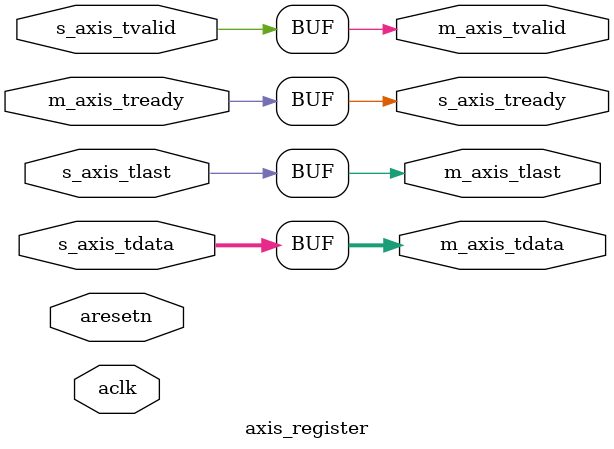
<source format=sv>
`timescale 1ps/1ps
module axis_register #(
    parameter AXIS_TDATA_WIDTH = 8,
    parameter REG_TYPE = 0
) (
    input                                  aclk,
    input                                  aresetn,

    input  [AXIS_TDATA_WIDTH-1:0]          s_axis_tdata,
    input                                  s_axis_tvalid,
    input                                  s_axis_tlast,
    output                                 s_axis_tready,

    output [AXIS_TDATA_WIDTH-1:0]          m_axis_tdata,
    output                                 m_axis_tvalid,
    output                                 m_axis_tlast,
    input                                  m_axis_tready
);
generate
if (REG_TYPE == 0) begin
    assign s_axis_tready = m_axis_tready;
    assign m_axis_tdata = s_axis_tdata;
    assign m_axis_tvalid = s_axis_tvalid;
    assign m_axis_tlast = s_axis_tlast;
end else if (REG_TYPE==1) begin
    // simple register, inserts bubble cycles

    // datapath registers
    reg                  s_axis_tready_reg = 1'b0;

    reg [AXIS_TDATA_WIDTH-1:0] m_axis_tdata_reg   = {AXIS_TDATA_WIDTH{1'b0}};
    reg                        m_axis_tvalid_reg  = 1'b0;
    reg                        m_axis_tvalid_next = 1'b0;
    reg                        m_axis_tlast_reg   = 1'b0;

    // datapath control
    reg store_axis_input_to_output;

    assign s_axis_tready = s_axis_tready_reg;

    assign m_axis_tdata  = m_axis_tdata_reg;
    assign m_axis_tvalid = m_axis_tvalid_reg;
    assign m_axis_tlast  = m_axis_tlast_reg;

    // enable ready input next cycle if output buffer will be empty
    wire s_axis_tready_early = !m_axis_tvalid_next;

    always @* begin
        // transfer sink ready state to source
        m_axis_tvalid_next = m_axis_tvalid_reg;

        store_axis_input_to_output = 1'b0;

        if (s_axis_tready_reg) begin
            m_axis_tvalid_next = s_axis_tvalid;
            store_axis_input_to_output = 1'b1;
        end else if (m_axis_tready) begin
            m_axis_tvalid_next = 1'b0;
        end
    end

    always @(posedge aclk) begin
        if (!aresetn) begin
            s_axis_tready_reg <= 1'b0;
            m_axis_tvalid_reg <= 1'b0;
        end else begin
            s_axis_tready_reg <= s_axis_tready_early;
            m_axis_tvalid_reg <= m_axis_tvalid_next;
        end

        // datapath
        if (store_axis_input_to_output) begin
            m_axis_tdata_reg <= s_axis_tdata;
            m_axis_tlast_reg <= s_axis_tlast;
        end
    end
end else if (REG_TYPE>1) begin
    // skid buffer, no bubble cycles

    // datapath registers
    reg                         s_axis_tready_reg  = 1'b0;
    reg [AXIS_TDATA_WIDTH-1:0]  m_axis_tdata_reg   = {AXIS_TDATA_WIDTH{1'b0}};
    reg                         m_axis_tvalid_reg  = 1'b0;
    reg                         m_axis_tvalid_next = 1'b0;
    reg                         m_axis_tlast_reg   = 1'b0;

    reg [AXIS_TDATA_WIDTH-1:0]  temp_m_axis_tdata_reg  = {AXIS_TDATA_WIDTH{1'b0}};
    reg                         temp_m_axis_tvalid_reg = 1'b0;
    reg                         temp_m_axis_tvalid_next= 1'b0;
    reg                         temp_m_axis_tlast_reg  = 1'b0;

    // datapath control
    reg store_axis_input_to_output;
    reg store_axis_input_to_temp;
    reg store_axis_temp_to_output;

    assign s_axis_tready = s_axis_tready_reg;

    assign m_axis_tdata  = m_axis_tdata_reg;
    assign m_axis_tvalid = m_axis_tvalid_reg;
    assign m_axis_tlast  = m_axis_tlast_reg;

    // enable ready input next cycle if output is ready or the temp reg will not be filled on the next cycle (output reg empty or no input)
    wire s_axis_tready_early = m_axis_tready || (!temp_m_axis_tvalid_reg && (!m_axis_tvalid_reg || !s_axis_tvalid));

    always @* begin
        // transfer sink ready state to source
        m_axis_tvalid_next = m_axis_tvalid_reg;
        temp_m_axis_tvalid_next = temp_m_axis_tvalid_reg;

        store_axis_input_to_output = 1'b0;
        store_axis_input_to_temp = 1'b0;
        store_axis_temp_to_output = 1'b0;

        if (s_axis_tready_reg) begin
            // input is ready
            if (m_axis_tready || !m_axis_tvalid_reg) begin
                // output is ready or currently not valid, transfer data to output
                m_axis_tvalid_next = s_axis_tvalid;
                store_axis_input_to_output = 1'b1;
            end else begin
                // output is not ready, store input in temp
                temp_m_axis_tvalid_next = s_axis_tvalid;
                store_axis_input_to_temp = 1'b1;
            end
        end else if (m_axis_tready) begin
            // input is not ready, but output is ready
            m_axis_tvalid_next = temp_m_axis_tvalid_reg;
            temp_m_axis_tvalid_next = 1'b0;
            store_axis_temp_to_output = 1'b1;
        end
    end

    always @(posedge aclk) begin
        if (!aresetn) begin
            s_axis_tready_reg <= 1'b0;
            m_axis_tvalid_reg <= 1'b0;
            temp_m_axis_tvalid_reg <= 1'b0;
        end else begin
            s_axis_tready_reg <= s_axis_tready_early;
            m_axis_tvalid_reg <= m_axis_tvalid_next;
            temp_m_axis_tvalid_reg <= temp_m_axis_tvalid_next;
        end

        // datapath
        if (store_axis_input_to_output) begin
            m_axis_tdata_reg <= s_axis_tdata;
            m_axis_tlast_reg <= s_axis_tlast;
        end else if (store_axis_temp_to_output) begin
            m_axis_tdata_reg <= temp_m_axis_tdata_reg;
            m_axis_tlast_reg <= temp_m_axis_tlast_reg;
        end

        if (store_axis_input_to_temp) begin
            temp_m_axis_tdata_reg <= s_axis_tdata;
            temp_m_axis_tlast_reg <= s_axis_tlast;
        end
    end

end
endgenerate

`ifdef COCOTB_SIM
initial begin
  $dumpfile ("waveform.vcd");
  $dumpvars (0,axis_register);
  #1;
end
`endif

endmodule


</source>
